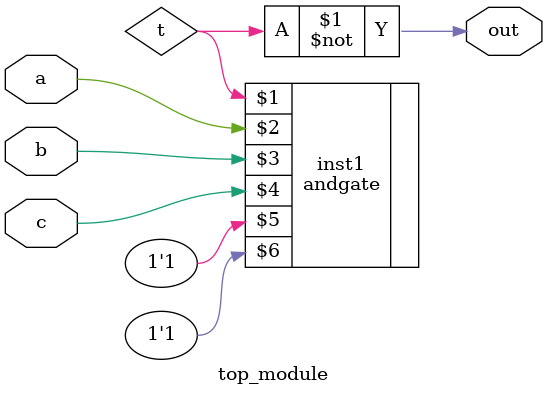
<source format=v>
module top_module (input a, input b, input c, output out);//

    //assign out = ~(a&b&c);
    wire t;
    andgate inst1 (t, a, b, c, 1'b1, 1'b1);
    assign out = ~t;

endmodule

</source>
